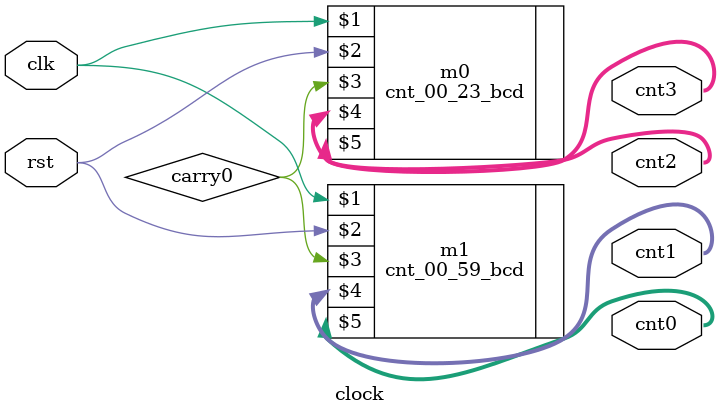
<source format=v>
module clock(clk, rst, cnt3, cnt2, cnt1, cnt0);

	input clk, rst;
	output [3:0] cnt3, cnt2, cnt1, cnt0;
	
	wire carry0;
	
	cnt_00_23_bcd m0(clk, rst, carry0, cnt3, cnt2);
	cnt_00_59_bcd m1(clk, rst, carry0, cnt1, cnt0);

endmodule 
</source>
